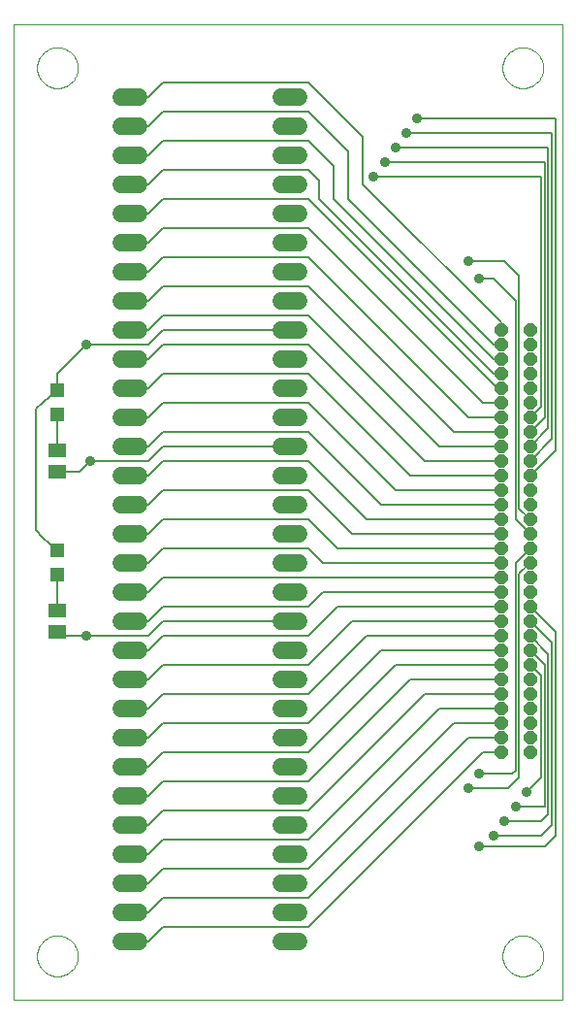
<source format=gbl>
G75*
%MOIN*%
%OFA0B0*%
%FSLAX24Y24*%
%IPPOS*%
%LPD*%
%AMOC8*
5,1,8,0,0,1.08239X$1,22.5*
%
%ADD10C,0.0000*%
%ADD11OC8,0.0436*%
%ADD12C,0.0600*%
%ADD13R,0.0472X0.0472*%
%ADD14R,0.0591X0.0512*%
%ADD15C,0.0060*%
%ADD16C,0.0356*%
D10*
X000100Y000100D02*
X000100Y033596D01*
X018970Y033596D01*
X018970Y000100D01*
X000100Y000100D01*
X000900Y001600D02*
X000902Y001652D01*
X000908Y001704D01*
X000918Y001756D01*
X000931Y001806D01*
X000948Y001856D01*
X000969Y001904D01*
X000994Y001950D01*
X001022Y001994D01*
X001053Y002036D01*
X001087Y002076D01*
X001124Y002113D01*
X001164Y002147D01*
X001206Y002178D01*
X001250Y002206D01*
X001296Y002231D01*
X001344Y002252D01*
X001394Y002269D01*
X001444Y002282D01*
X001496Y002292D01*
X001548Y002298D01*
X001600Y002300D01*
X001652Y002298D01*
X001704Y002292D01*
X001756Y002282D01*
X001806Y002269D01*
X001856Y002252D01*
X001904Y002231D01*
X001950Y002206D01*
X001994Y002178D01*
X002036Y002147D01*
X002076Y002113D01*
X002113Y002076D01*
X002147Y002036D01*
X002178Y001994D01*
X002206Y001950D01*
X002231Y001904D01*
X002252Y001856D01*
X002269Y001806D01*
X002282Y001756D01*
X002292Y001704D01*
X002298Y001652D01*
X002300Y001600D01*
X002298Y001548D01*
X002292Y001496D01*
X002282Y001444D01*
X002269Y001394D01*
X002252Y001344D01*
X002231Y001296D01*
X002206Y001250D01*
X002178Y001206D01*
X002147Y001164D01*
X002113Y001124D01*
X002076Y001087D01*
X002036Y001053D01*
X001994Y001022D01*
X001950Y000994D01*
X001904Y000969D01*
X001856Y000948D01*
X001806Y000931D01*
X001756Y000918D01*
X001704Y000908D01*
X001652Y000902D01*
X001600Y000900D01*
X001548Y000902D01*
X001496Y000908D01*
X001444Y000918D01*
X001394Y000931D01*
X001344Y000948D01*
X001296Y000969D01*
X001250Y000994D01*
X001206Y001022D01*
X001164Y001053D01*
X001124Y001087D01*
X001087Y001124D01*
X001053Y001164D01*
X001022Y001206D01*
X000994Y001250D01*
X000969Y001296D01*
X000948Y001344D01*
X000931Y001394D01*
X000918Y001444D01*
X000908Y001496D01*
X000902Y001548D01*
X000900Y001600D01*
X016900Y001600D02*
X016902Y001652D01*
X016908Y001704D01*
X016918Y001756D01*
X016931Y001806D01*
X016948Y001856D01*
X016969Y001904D01*
X016994Y001950D01*
X017022Y001994D01*
X017053Y002036D01*
X017087Y002076D01*
X017124Y002113D01*
X017164Y002147D01*
X017206Y002178D01*
X017250Y002206D01*
X017296Y002231D01*
X017344Y002252D01*
X017394Y002269D01*
X017444Y002282D01*
X017496Y002292D01*
X017548Y002298D01*
X017600Y002300D01*
X017652Y002298D01*
X017704Y002292D01*
X017756Y002282D01*
X017806Y002269D01*
X017856Y002252D01*
X017904Y002231D01*
X017950Y002206D01*
X017994Y002178D01*
X018036Y002147D01*
X018076Y002113D01*
X018113Y002076D01*
X018147Y002036D01*
X018178Y001994D01*
X018206Y001950D01*
X018231Y001904D01*
X018252Y001856D01*
X018269Y001806D01*
X018282Y001756D01*
X018292Y001704D01*
X018298Y001652D01*
X018300Y001600D01*
X018298Y001548D01*
X018292Y001496D01*
X018282Y001444D01*
X018269Y001394D01*
X018252Y001344D01*
X018231Y001296D01*
X018206Y001250D01*
X018178Y001206D01*
X018147Y001164D01*
X018113Y001124D01*
X018076Y001087D01*
X018036Y001053D01*
X017994Y001022D01*
X017950Y000994D01*
X017904Y000969D01*
X017856Y000948D01*
X017806Y000931D01*
X017756Y000918D01*
X017704Y000908D01*
X017652Y000902D01*
X017600Y000900D01*
X017548Y000902D01*
X017496Y000908D01*
X017444Y000918D01*
X017394Y000931D01*
X017344Y000948D01*
X017296Y000969D01*
X017250Y000994D01*
X017206Y001022D01*
X017164Y001053D01*
X017124Y001087D01*
X017087Y001124D01*
X017053Y001164D01*
X017022Y001206D01*
X016994Y001250D01*
X016969Y001296D01*
X016948Y001344D01*
X016931Y001394D01*
X016918Y001444D01*
X016908Y001496D01*
X016902Y001548D01*
X016900Y001600D01*
X016900Y032100D02*
X016902Y032152D01*
X016908Y032204D01*
X016918Y032256D01*
X016931Y032306D01*
X016948Y032356D01*
X016969Y032404D01*
X016994Y032450D01*
X017022Y032494D01*
X017053Y032536D01*
X017087Y032576D01*
X017124Y032613D01*
X017164Y032647D01*
X017206Y032678D01*
X017250Y032706D01*
X017296Y032731D01*
X017344Y032752D01*
X017394Y032769D01*
X017444Y032782D01*
X017496Y032792D01*
X017548Y032798D01*
X017600Y032800D01*
X017652Y032798D01*
X017704Y032792D01*
X017756Y032782D01*
X017806Y032769D01*
X017856Y032752D01*
X017904Y032731D01*
X017950Y032706D01*
X017994Y032678D01*
X018036Y032647D01*
X018076Y032613D01*
X018113Y032576D01*
X018147Y032536D01*
X018178Y032494D01*
X018206Y032450D01*
X018231Y032404D01*
X018252Y032356D01*
X018269Y032306D01*
X018282Y032256D01*
X018292Y032204D01*
X018298Y032152D01*
X018300Y032100D01*
X018298Y032048D01*
X018292Y031996D01*
X018282Y031944D01*
X018269Y031894D01*
X018252Y031844D01*
X018231Y031796D01*
X018206Y031750D01*
X018178Y031706D01*
X018147Y031664D01*
X018113Y031624D01*
X018076Y031587D01*
X018036Y031553D01*
X017994Y031522D01*
X017950Y031494D01*
X017904Y031469D01*
X017856Y031448D01*
X017806Y031431D01*
X017756Y031418D01*
X017704Y031408D01*
X017652Y031402D01*
X017600Y031400D01*
X017548Y031402D01*
X017496Y031408D01*
X017444Y031418D01*
X017394Y031431D01*
X017344Y031448D01*
X017296Y031469D01*
X017250Y031494D01*
X017206Y031522D01*
X017164Y031553D01*
X017124Y031587D01*
X017087Y031624D01*
X017053Y031664D01*
X017022Y031706D01*
X016994Y031750D01*
X016969Y031796D01*
X016948Y031844D01*
X016931Y031894D01*
X016918Y031944D01*
X016908Y031996D01*
X016902Y032048D01*
X016900Y032100D01*
X000900Y032100D02*
X000902Y032152D01*
X000908Y032204D01*
X000918Y032256D01*
X000931Y032306D01*
X000948Y032356D01*
X000969Y032404D01*
X000994Y032450D01*
X001022Y032494D01*
X001053Y032536D01*
X001087Y032576D01*
X001124Y032613D01*
X001164Y032647D01*
X001206Y032678D01*
X001250Y032706D01*
X001296Y032731D01*
X001344Y032752D01*
X001394Y032769D01*
X001444Y032782D01*
X001496Y032792D01*
X001548Y032798D01*
X001600Y032800D01*
X001652Y032798D01*
X001704Y032792D01*
X001756Y032782D01*
X001806Y032769D01*
X001856Y032752D01*
X001904Y032731D01*
X001950Y032706D01*
X001994Y032678D01*
X002036Y032647D01*
X002076Y032613D01*
X002113Y032576D01*
X002147Y032536D01*
X002178Y032494D01*
X002206Y032450D01*
X002231Y032404D01*
X002252Y032356D01*
X002269Y032306D01*
X002282Y032256D01*
X002292Y032204D01*
X002298Y032152D01*
X002300Y032100D01*
X002298Y032048D01*
X002292Y031996D01*
X002282Y031944D01*
X002269Y031894D01*
X002252Y031844D01*
X002231Y031796D01*
X002206Y031750D01*
X002178Y031706D01*
X002147Y031664D01*
X002113Y031624D01*
X002076Y031587D01*
X002036Y031553D01*
X001994Y031522D01*
X001950Y031494D01*
X001904Y031469D01*
X001856Y031448D01*
X001806Y031431D01*
X001756Y031418D01*
X001704Y031408D01*
X001652Y031402D01*
X001600Y031400D01*
X001548Y031402D01*
X001496Y031408D01*
X001444Y031418D01*
X001394Y031431D01*
X001344Y031448D01*
X001296Y031469D01*
X001250Y031494D01*
X001206Y031522D01*
X001164Y031553D01*
X001124Y031587D01*
X001087Y031624D01*
X001053Y031664D01*
X001022Y031706D01*
X000994Y031750D01*
X000969Y031796D01*
X000948Y031844D01*
X000931Y031894D01*
X000918Y031944D01*
X000908Y031996D01*
X000902Y032048D01*
X000900Y032100D01*
D11*
X016850Y023100D03*
X016850Y022600D03*
X016850Y022100D03*
X016850Y021600D03*
X016850Y021100D03*
X016850Y020600D03*
X016850Y020100D03*
X016850Y019600D03*
X016850Y019100D03*
X016850Y018600D03*
X016850Y018100D03*
X016850Y017600D03*
X016850Y017100D03*
X016850Y016600D03*
X016850Y016100D03*
X016850Y015600D03*
X016850Y015100D03*
X016850Y014600D03*
X016850Y014100D03*
X016850Y013600D03*
X016850Y013100D03*
X016850Y012600D03*
X016850Y012100D03*
X016850Y011600D03*
X016850Y011100D03*
X016850Y010600D03*
X016850Y010100D03*
X016850Y009600D03*
X016850Y009100D03*
X016850Y008600D03*
X017850Y008600D03*
X017850Y009100D03*
X017850Y009600D03*
X017850Y010100D03*
X017850Y010600D03*
X017850Y011100D03*
X017850Y011600D03*
X017850Y012100D03*
X017850Y012600D03*
X017850Y013100D03*
X017850Y013600D03*
X017850Y014100D03*
X017850Y014600D03*
X017850Y015100D03*
X017850Y015600D03*
X017850Y016100D03*
X017850Y016600D03*
X017850Y017100D03*
X017850Y017600D03*
X017850Y018100D03*
X017850Y018600D03*
X017850Y019100D03*
X017850Y019600D03*
X017850Y020100D03*
X017850Y020600D03*
X017850Y021100D03*
X017850Y021600D03*
X017850Y022100D03*
X017850Y022600D03*
X017850Y023100D03*
D12*
X009900Y023100D02*
X009300Y023100D01*
X009300Y022100D02*
X009900Y022100D01*
X009900Y021100D02*
X009300Y021100D01*
X009300Y020100D02*
X009900Y020100D01*
X009900Y019100D02*
X009300Y019100D01*
X009300Y018100D02*
X009900Y018100D01*
X009900Y017100D02*
X009300Y017100D01*
X009300Y016100D02*
X009900Y016100D01*
X009900Y015100D02*
X009300Y015100D01*
X009300Y014100D02*
X009900Y014100D01*
X009900Y013100D02*
X009300Y013100D01*
X009300Y012100D02*
X009900Y012100D01*
X009900Y011100D02*
X009300Y011100D01*
X009300Y010100D02*
X009900Y010100D01*
X009900Y009100D02*
X009300Y009100D01*
X009300Y008100D02*
X009900Y008100D01*
X009900Y007100D02*
X009300Y007100D01*
X009300Y006100D02*
X009900Y006100D01*
X009900Y005100D02*
X009300Y005100D01*
X009300Y004100D02*
X009900Y004100D01*
X009900Y003100D02*
X009300Y003100D01*
X009300Y002100D02*
X009900Y002100D01*
X004400Y002100D02*
X003800Y002100D01*
X003800Y003100D02*
X004400Y003100D01*
X004400Y004100D02*
X003800Y004100D01*
X003800Y005100D02*
X004400Y005100D01*
X004400Y006100D02*
X003800Y006100D01*
X003800Y007100D02*
X004400Y007100D01*
X004400Y008100D02*
X003800Y008100D01*
X003800Y009100D02*
X004400Y009100D01*
X004400Y010100D02*
X003800Y010100D01*
X003800Y011100D02*
X004400Y011100D01*
X004400Y012100D02*
X003800Y012100D01*
X003800Y013100D02*
X004400Y013100D01*
X004400Y014100D02*
X003800Y014100D01*
X003800Y015100D02*
X004400Y015100D01*
X004400Y016100D02*
X003800Y016100D01*
X003800Y017100D02*
X004400Y017100D01*
X004400Y018100D02*
X003800Y018100D01*
X003800Y019100D02*
X004400Y019100D01*
X004400Y020100D02*
X003800Y020100D01*
X003800Y021100D02*
X004400Y021100D01*
X004400Y022100D02*
X003800Y022100D01*
X003800Y023100D02*
X004400Y023100D01*
X004400Y024100D02*
X003800Y024100D01*
X003800Y025100D02*
X004400Y025100D01*
X004400Y026100D02*
X003800Y026100D01*
X003800Y027100D02*
X004400Y027100D01*
X004400Y028100D02*
X003800Y028100D01*
X003800Y029100D02*
X004400Y029100D01*
X004400Y030100D02*
X003800Y030100D01*
X003800Y031100D02*
X004400Y031100D01*
X009300Y031100D02*
X009900Y031100D01*
X009900Y030100D02*
X009300Y030100D01*
X009300Y029100D02*
X009900Y029100D01*
X009900Y028100D02*
X009300Y028100D01*
X009300Y027100D02*
X009900Y027100D01*
X009900Y026100D02*
X009300Y026100D01*
X009300Y025100D02*
X009900Y025100D01*
X009900Y024100D02*
X009300Y024100D01*
D13*
X001600Y021013D03*
X001600Y020187D03*
X001600Y015513D03*
X001600Y014687D03*
D14*
X001600Y013474D03*
X001600Y012726D03*
X001600Y018226D03*
X001600Y018974D03*
D15*
X001600Y020187D01*
X000850Y020388D02*
X001600Y021013D01*
X001600Y021600D01*
X002600Y022600D01*
X004725Y022600D01*
X005225Y023100D01*
X009600Y023100D01*
X010225Y022600D02*
X014225Y018600D01*
X016850Y018600D01*
X016850Y019100D02*
X014725Y019100D01*
X010225Y023600D01*
X005225Y023600D01*
X004725Y023100D01*
X004100Y023100D01*
X004100Y022100D02*
X004725Y022100D01*
X005225Y022600D01*
X010225Y022600D01*
X010225Y021600D02*
X013725Y018100D01*
X016850Y018100D01*
X016850Y017600D02*
X013225Y017600D01*
X010225Y020600D01*
X005225Y020600D01*
X004725Y020100D01*
X004100Y020100D01*
X004100Y019100D02*
X004725Y019100D01*
X005225Y019600D01*
X010225Y019600D01*
X012725Y017100D01*
X016850Y017100D01*
X016850Y016600D02*
X012225Y016600D01*
X010225Y018600D01*
X005225Y018600D01*
X004725Y018100D01*
X004100Y018100D01*
X004725Y018600D02*
X005225Y019100D01*
X009600Y019100D01*
X010225Y017600D02*
X011725Y016100D01*
X016850Y016100D01*
X016850Y015600D02*
X011225Y015600D01*
X010225Y016600D01*
X005225Y016600D01*
X004725Y016100D01*
X004100Y016100D01*
X004100Y015100D02*
X004725Y015100D01*
X005225Y015600D01*
X010225Y015600D01*
X010725Y015100D01*
X016850Y015100D01*
X016850Y014600D02*
X005225Y014600D01*
X004725Y014100D01*
X004100Y014100D01*
X004100Y013100D02*
X004725Y013100D01*
X005225Y013600D01*
X010225Y013600D01*
X010725Y014100D01*
X016850Y014100D01*
X016850Y013600D02*
X011225Y013600D01*
X010225Y012600D01*
X005225Y012600D01*
X004725Y012100D01*
X004100Y012100D01*
X004725Y012600D02*
X005225Y013100D01*
X009600Y013100D01*
X010225Y011600D02*
X011725Y013100D01*
X016850Y013100D01*
X016850Y012600D02*
X012225Y012600D01*
X010225Y010600D01*
X005225Y010600D01*
X004725Y010100D01*
X004100Y010100D01*
X004100Y009100D02*
X004725Y009100D01*
X005225Y009600D01*
X010225Y009600D01*
X012725Y012100D01*
X016850Y012100D01*
X016850Y011600D02*
X013225Y011600D01*
X010225Y008600D01*
X005225Y008600D01*
X004725Y008100D01*
X004100Y008100D01*
X004100Y007100D02*
X004725Y007100D01*
X005225Y007600D01*
X010225Y007600D01*
X013725Y011100D01*
X016850Y011100D01*
X016850Y010600D02*
X014225Y010600D01*
X010225Y006600D01*
X005225Y006600D01*
X004725Y006100D01*
X004100Y006100D01*
X004100Y005100D02*
X004725Y005100D01*
X005225Y005600D01*
X010225Y005600D01*
X014725Y010100D01*
X016850Y010100D01*
X016850Y009600D02*
X015225Y009600D01*
X010225Y004600D01*
X005225Y004600D01*
X004725Y004100D01*
X004100Y004100D01*
X004100Y003100D02*
X004725Y003100D01*
X005225Y003600D01*
X010225Y003600D01*
X015725Y009100D01*
X016850Y009100D01*
X016850Y008600D02*
X016225Y008600D01*
X010225Y002600D01*
X005225Y002600D01*
X004725Y002100D01*
X004100Y002100D01*
X004100Y011100D02*
X004725Y011100D01*
X005225Y011600D01*
X010225Y011600D01*
X010225Y017600D02*
X005225Y017600D01*
X004725Y017100D01*
X004100Y017100D01*
X004725Y018600D02*
X002725Y018600D01*
X002351Y018226D01*
X001600Y018226D01*
X000850Y016225D02*
X000850Y020388D01*
X000850Y016225D02*
X001100Y015975D01*
X001600Y015513D01*
X001600Y014687D02*
X001600Y013474D01*
X001600Y012726D02*
X001724Y012726D01*
X001850Y012600D01*
X002600Y012600D01*
X004725Y012600D01*
X004725Y021100D02*
X004100Y021100D01*
X004725Y021100D02*
X005225Y021600D01*
X010225Y021600D01*
X010225Y024600D02*
X015225Y019600D01*
X016850Y019600D01*
X016850Y020100D02*
X015725Y020100D01*
X010225Y025600D01*
X005225Y025600D01*
X004725Y025100D01*
X004100Y025100D01*
X004100Y024100D02*
X004725Y024100D01*
X005225Y024600D01*
X010225Y024600D01*
X010225Y026600D02*
X016225Y020600D01*
X016850Y020600D01*
X016850Y021100D02*
X016725Y021100D01*
X010225Y027600D01*
X005225Y027600D01*
X004725Y027100D01*
X004100Y027100D01*
X004100Y026100D02*
X004725Y026100D01*
X005225Y026600D01*
X010225Y026600D01*
X010600Y027600D02*
X016600Y021600D01*
X016850Y021600D01*
X016850Y022100D02*
X016600Y022100D01*
X011100Y027600D01*
X011100Y028725D01*
X010225Y029600D01*
X005225Y029600D01*
X004725Y029100D01*
X004100Y029100D01*
X004100Y028100D02*
X004725Y028100D01*
X005225Y028600D01*
X010225Y028600D01*
X010600Y028225D01*
X010600Y027600D01*
X011600Y027600D02*
X011600Y029225D01*
X010225Y030600D01*
X005225Y030600D01*
X004725Y030100D01*
X004100Y030100D01*
X004100Y031100D02*
X004725Y031100D01*
X005225Y031600D01*
X010225Y031600D01*
X012100Y029725D01*
X012100Y028100D01*
X016850Y023350D01*
X016850Y023100D01*
X016850Y022600D02*
X016600Y022600D01*
X011600Y027600D01*
X012475Y028350D02*
X018225Y028350D01*
X018225Y020475D01*
X017850Y020100D01*
X017850Y019600D02*
X018350Y020100D01*
X018350Y028850D01*
X012850Y028850D01*
X013225Y029350D02*
X018475Y029350D01*
X018475Y019725D01*
X017850Y019100D01*
X017850Y018600D02*
X018600Y019350D01*
X018600Y029850D01*
X013600Y029850D01*
X013975Y030350D02*
X018725Y030350D01*
X018725Y018975D01*
X017850Y018100D01*
X017475Y016975D02*
X017475Y024975D01*
X016975Y025475D01*
X015725Y025475D01*
X016100Y024850D02*
X016600Y024850D01*
X017350Y024100D01*
X017350Y016600D01*
X017850Y016100D01*
X017850Y015600D02*
X017350Y015100D01*
X017350Y007975D01*
X017225Y007850D01*
X016100Y007850D01*
X015725Y007350D02*
X017100Y007350D01*
X017475Y007725D01*
X017475Y014725D01*
X017850Y015100D01*
X017850Y013600D02*
X018725Y012725D01*
X018725Y005725D01*
X018350Y005350D01*
X016100Y005350D01*
X016600Y005725D02*
X018225Y005725D01*
X018600Y006100D01*
X018600Y012350D01*
X017850Y013100D01*
X017850Y012600D02*
X018475Y011975D01*
X018475Y006475D01*
X018225Y006225D01*
X016975Y006225D01*
X017350Y006725D02*
X018350Y006725D01*
X018350Y011600D01*
X017850Y012100D01*
X017850Y011600D02*
X018225Y011225D01*
X018225Y007725D01*
X017725Y007225D01*
X017850Y016600D02*
X017475Y016975D01*
D16*
X016100Y024850D03*
X015725Y025475D03*
X013225Y029350D03*
X012850Y028850D03*
X012475Y028350D03*
X013600Y029850D03*
X013975Y030350D03*
X002725Y018600D03*
X002600Y022600D03*
X002600Y012600D03*
X015725Y007350D03*
X016100Y007850D03*
X016975Y006225D03*
X016600Y005725D03*
X016100Y005350D03*
X017350Y006725D03*
X017725Y007225D03*
M02*

</source>
